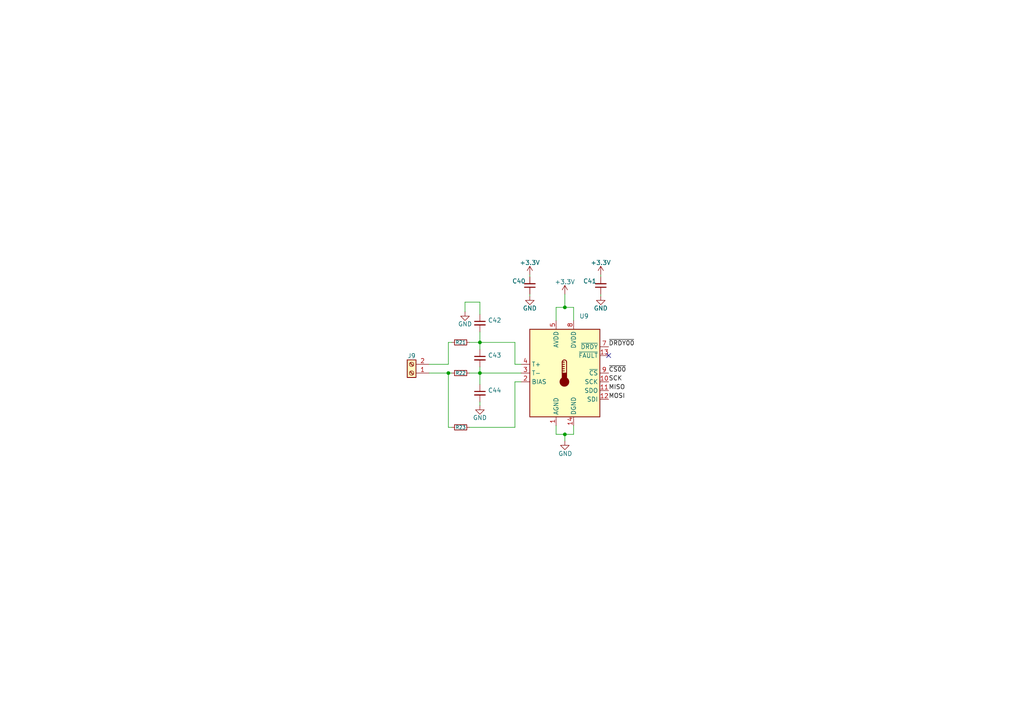
<source format=kicad_sch>
(kicad_sch (version 20211123) (generator eeschema)
  (paper "A4")
  (lib_symbols
    (symbol "Connector:Screw_Terminal_01x02" (pin_names (offset 1.016) hide)
      (property "Reference" "J" (at 0 2.54 0))
      (property "Value" "Screw_Terminal_01x02" (at 0 -5.08 0))
      (symbol "Screw_Terminal_01x02_1_1"
        (rectangle (start -1.27 1.27) (end 1.27 -3.81) (stroke (width 0.254)) (fill (type background)))
        (circle (center 0 -2.54) (radius 0.635) (stroke (width 0.1524)))
        (polyline (pts (xy -0.5334 -2.2098) (xy 0.3302 -3.048)) (stroke (width 0.1524)))
        (polyline (pts (xy -0.5334 0.3302) (xy 0.3302 -0.508)) (stroke (width 0.1524)))
        (polyline (pts (xy -0.3556 -2.032) (xy 0.508 -2.8702)) (stroke (width 0.1524)))
        (polyline (pts (xy -0.3556 0.508) (xy 0.508 -0.3302)) (stroke (width 0.1524)))
        (circle (center 0 0) (radius 0.635) (stroke (width 0.1524)))
        (pin passive line (at -5.08 0 0) (length 3.81) (name "Pin_1") (number "1"))
        (pin passive line (at -5.08 -2.54 0) (length 3.81) (name "Pin_2") (number "2"))
      )
    )
    (symbol "Device:C_Small" (pin_numbers hide) (pin_names (offset 0.254) hide)
      (property "Reference" "C" (at 0.254 1.778 0))
      (property "Value" "C_Small" (at 0.254 -2.032 0))
      (symbol "C_Small_0_1"
        (polyline (pts (xy -1.524 -0.508) (xy 1.524 -0.508)) (stroke (width 0.3302)))
        (polyline (pts (xy -1.524 0.508) (xy 1.524 0.508)) (stroke (width 0.3048)))
      )
      (symbol "C_Small_1_1"
        (pin passive line (at 0 2.54 270) (length 2.032) (name "~") (number "1"))
        (pin passive line (at 0 -2.54 90) (length 2.032) (name "~") (number "2"))
      )
    )
    (symbol "Device:R_Small" (pin_numbers hide) (pin_names (offset 0.254) hide)
      (property "Reference" "R" (at 0.762 0.508 0))
      (property "Value" "R_Small" (at 0.762 -1.016 0))
      (symbol "R_Small_0_1"
        (rectangle (start -0.762 1.778) (end 0.762 -1.778) (stroke (width 0.2032)))
      )
      (symbol "R_Small_1_1"
        (pin passive line (at 0 2.54 270) (length 0.762) (name "~") (number "1"))
        (pin passive line (at 0 -2.54 90) (length 0.762) (name "~") (number "2"))
      )
    )
    (symbol "Sensor_Temperature:MAX31856"
      (property "Reference" "U" (at -7.62 13.97 0))
      (property "Value" "MAX31856" (at 13.97 13.97 0))
      (symbol "MAX31856_0_1"
        (rectangle (start -10.16 12.7) (end 10.16 -12.7) (stroke (width 0.254)) (fill (type background)))
        (circle (center -0.127 -2.54) (radius 1.27) (stroke (width 0.254)) (fill (type outline)))
        (polyline (pts (xy -0.762 0.635) (xy -0.127 0.635)) (stroke (width 0.254)))
        (polyline (pts (xy -0.762 1.27) (xy -0.127 1.27)) (stroke (width 0.254)))
        (polyline (pts (xy -0.762 1.905) (xy -0.127 1.905)) (stroke (width 0.254)))
        (polyline (pts (xy -0.762 2.54) (xy -0.127 2.54)) (stroke (width 0.254)))
        (polyline (pts (xy -0.762 3.175) (xy -0.762 0)) (stroke (width 0.254)))
        (polyline (pts (xy -0.762 3.175) (xy -0.127 3.175)) (stroke (width 0.254)))
        (polyline (pts (xy 0.508 3.175) (xy 0.508 0)) (stroke (width 0.254)))
        (rectangle (start 0.508 -1.905) (end -0.762 0) (stroke (width 0.254)) (fill (type outline)))
        (arc (start 0.508 3.175) (mid -0.127 3.81) (end -0.762 3.175) (stroke (width 0.254)))
      )
      (symbol "MAX31856_1_1"
        (pin power_in line (at -2.54 -15.24 90) (length 2.54) (name "AGND") (number "1"))
        (pin input line (at 12.7 -2.54 180) (length 2.54) (name "SCK") (number "10"))
        (pin output line (at 12.7 -5.08 180) (length 2.54) (name "SDO") (number "11"))
        (pin input line (at 12.7 -7.62 180) (length 2.54) (name "SDI") (number "12"))
        (pin output line (at 12.7 5.08 180) (length 2.54) (name "~{FAULT}") (number "13"))
        (pin power_in line (at 2.54 -15.24 90) (length 2.54) (name "DGND") (number "14"))
        (pin input line (at -12.7 -2.54 0) (length 2.54) (name "BIAS") (number "2"))
        (pin input line (at -12.7 0 0) (length 2.54) (name "T-") (number "3"))
        (pin input line (at -12.7 2.54 0) (length 2.54) (name "T+") (number "4"))
        (pin power_in line (at -2.54 15.24 270) (length 2.54) (name "AVDD") (number "5"))
        (pin no_connect line (at -10.16 -7.62 0) (length 2.54) hide (name "DNC") (number "6"))
        (pin output line (at 12.7 7.62 180) (length 2.54) (name "~{DRDY}") (number "7"))
        (pin power_in line (at 2.54 15.24 270) (length 2.54) (name "DVDD") (number "8"))
        (pin input line (at 12.7 0 180) (length 2.54) (name "~{CS}") (number "9"))
      )
    )
    (symbol "power:+3.3V" (power) (pin_names (offset 0))
      (property "Value" "+3.3V" (at 0 3.556 0))
      (symbol "+3.3V_0_1"
        (polyline (pts (xy -0.762 1.27) (xy 0 2.54)))
        (polyline (pts (xy 0 0) (xy 0 2.54)))
        (polyline (pts (xy 0 2.54) (xy 0.762 1.27)))
      )
      (symbol "+3.3V_1_1"
        (pin power_in line (at 0 0 90) (length 0) hide (name "+3.3V") (number "1"))
      )
    )
    (symbol "power:GND" (power) (pin_names (offset 0))
      (property "Value" "GND" (at 0 -3.81 0))
      (symbol "GND_0_1"
        (polyline (pts (xy 0 0) (xy 0 -1.27) (xy 1.27 -1.27) (xy 0 -2.54) (xy -1.27 -1.27) (xy 0 -1.27)))
      )
      (symbol "GND_1_1"
        (pin power_in line (at 0 0 270) (length 0) hide (name "GND") (number "1"))
      )
    )
  )
  (junction (at 130.048 108.204))
  (junction (at 163.83 125.984))
  (junction (at 139.192 108.204))
  (junction (at 139.192 99.314))
  (junction (at 163.83 89.154))
  (no_connect (at 176.53 103.124))
  (wire (pts (xy 163.83 89.154) (xy 166.37 89.154)))
  (wire (pts (xy 163.83 85.344) (xy 163.83 89.154)))
  (wire (pts (xy 130.048 99.314) (xy 131.064 99.314)))
  (wire (pts (xy 130.048 123.952) (xy 131.064 123.952)))
  (wire (pts (xy 139.192 116.586) (xy 139.192 117.602)))
  (wire (pts (xy 139.192 108.204) (xy 139.192 111.506)))
  (wire (pts (xy 139.192 108.204) (xy 151.13 108.204)))
  (wire (pts (xy 151.13 105.664) (xy 149.352 105.664)))
  (wire (pts (xy 174.244 79.756) (xy 174.244 80.264)))
  (wire (pts (xy 149.352 105.664) (xy 149.352 99.314)))
  (wire (pts (xy 149.352 123.952) (xy 136.144 123.952)))
  (wire (pts (xy 153.67 85.344) (xy 153.67 85.852)))
  (wire (pts (xy 124.46 108.204) (xy 130.048 108.204)))
  (wire (pts (xy 163.83 125.984) (xy 163.83 127.889)))
  (wire (pts (xy 124.46 105.664) (xy 130.048 105.664)))
  (wire (pts (xy 149.352 110.744) (xy 149.352 123.952)))
  (wire (pts (xy 136.144 108.204) (xy 139.192 108.204)))
  (wire (pts (xy 139.192 99.314) (xy 139.192 101.346)))
  (wire (pts (xy 130.048 108.204) (xy 131.064 108.204)))
  (wire (pts (xy 134.874 87.63) (xy 134.874 90.424)))
  (wire (pts (xy 130.048 108.204) (xy 130.048 123.952)))
  (wire (pts (xy 161.29 92.964) (xy 161.29 89.154)))
  (wire (pts (xy 139.192 106.426) (xy 139.192 108.204)))
  (wire (pts (xy 139.192 87.63) (xy 134.874 87.63)))
  (wire (pts (xy 139.192 96.266) (xy 139.192 99.314)))
  (wire (pts (xy 136.144 99.314) (xy 139.192 99.314)))
  (wire (pts (xy 130.048 99.314) (xy 130.048 105.664)))
  (wire (pts (xy 174.244 85.344) (xy 174.244 85.852)))
  (wire (pts (xy 166.37 89.154) (xy 166.37 92.964)))
  (wire (pts (xy 166.37 125.984) (xy 166.37 123.444)))
  (wire (pts (xy 161.29 123.444) (xy 161.29 125.984)))
  (wire (pts (xy 151.13 110.744) (xy 149.352 110.744)))
  (wire (pts (xy 163.83 125.984) (xy 166.37 125.984)))
  (wire (pts (xy 139.192 91.186) (xy 139.192 87.63)))
  (wire (pts (xy 161.29 89.154) (xy 163.83 89.154)))
  (wire (pts (xy 161.29 125.984) (xy 163.83 125.984)))
  (wire (pts (xy 153.67 79.756) (xy 153.67 80.264)))
  (wire (pts (xy 149.352 99.314) (xy 139.192 99.314)))
  (label "~{CS00}" (at 176.53 108.204 0))
  (label "SCK" (at 176.53 110.744 0))
  (label "MISO" (at 176.53 113.284 0))
  (label "MOSI" (at 176.53 115.824 0))
  (label "~{DRDY00}" (at 176.53 100.584 0))
  (symbol (lib_id "Device:C_Small") (at 139.192 103.886 0) (unit 1)
    (property "Reference" "C43" (at 141.5161 103.0576 0) (effects (justify left)))
  )
  (symbol (lib_id "power:+3.3V") (at 153.67 79.756 0) (unit 1)
    (property "Reference" "#PWR064" (effects hide))
  )
  (symbol (lib_id "Sensor_Temperature:MAX31856") (at 163.83 108.204 0) (unit 1)
    (property "Reference" "U9" (at 168.021 91.6971 0) (effects (justify left)))
    (property "Datasheet" "https://datasheets.maximintegrated.com/en/ds/MAX31856.pdf" (effects hide))
  )
  (symbol (lib_id "Device:C_Small") (at 139.192 93.726 0) (unit 1)
    (property "Reference" "C42" (at 141.5161 92.8976 0) (effects (justify left)))
  )
  (symbol (lib_id "Device:C_Small") (at 174.244 82.804 0) (mirror x) (unit 1)
    (property "Reference" "C41" (at 171.069 81.534 0))
  )
  (symbol (lib_id "power:GND") (at 139.192 117.602 0) (mirror y) (unit 1)
    (property "Reference" "#PWR070" (effects hide))
  )
  (symbol (lib_id "Connector:Screw_Terminal_01x02") (at 119.38 108.204 180) (unit 1)
    (property "Reference" "J9" (at 119.38 103.2312 0))
  )
  (symbol (lib_id "Device:C_Small") (at 153.67 82.804 0) (mirror x) (unit 1)
    (property "Reference" "C40" (at 150.495 81.534 0))
  )
  (symbol (lib_id "power:GND") (at 134.874 90.424 0) (mirror y) (unit 1)
    (property "Reference" "#PWR069" (effects hide))
  )
  (symbol (lib_id "power:GND") (at 174.244 85.852 0) (mirror y) (unit 1)
    (property "Reference" "#PWR068" (effects hide))
  )
  (symbol (lib_id "Device:R_Small") (at 133.604 99.314 90) (unit 1)
    (property "Reference" "R21" (at 133.604 99.314 90) (effects (font (size 1 1))))
  )
  (symbol (lib_id "power:GND") (at 153.67 85.852 0) (mirror y) (unit 1)
    (property "Reference" "#PWR067" (effects hide))
  )
  (symbol (lib_id "power:GND") (at 163.83 127.889 0) (unit 1)
    (property "Reference" "#PWR071" (effects hide))
  )
  (symbol (lib_id "Device:R_Small") (at 133.604 108.204 90) (unit 1)
    (property "Reference" "R22" (at 133.604 108.204 90) (effects (font (size 1 1))))
  )
  (symbol (lib_id "power:+3.3V") (at 163.83 85.344 0) (unit 1)
    (property "Reference" "#PWR066" (effects hide))
  )
  (symbol (lib_id "power:+3.3V") (at 174.244 79.756 0) (unit 1)
    (property "Reference" "#PWR065" (effects hide))
  )
  (symbol (lib_id "Device:C_Small") (at 139.192 114.046 0) (unit 1)
    (property "Reference" "C44" (at 141.5161 113.2176 0) (effects (justify left)))
  )
  (symbol (lib_id "Device:R_Small") (at 133.604 123.952 90) (unit 1)
    (property "Reference" "R23" (at 133.604 123.952 90) (effects (font (size 1 1))))
  )
)
</source>
